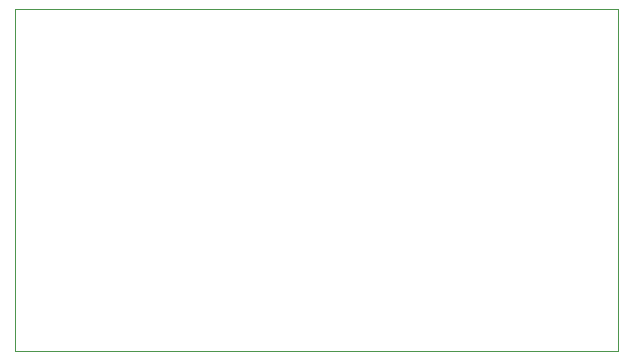
<source format=gbr>
G04 #@! TF.GenerationSoftware,KiCad,Pcbnew,(5.1.2)-2*
G04 #@! TF.CreationDate,2019-11-28T10:38:43+11:00*
G04 #@! TF.ProjectId,AM Demodulator,414d2044-656d-46f6-9475-6c61746f722e,rev 0.1*
G04 #@! TF.SameCoordinates,Original*
G04 #@! TF.FileFunction,Profile,NP*
%FSLAX46Y46*%
G04 Gerber Fmt 4.6, Leading zero omitted, Abs format (unit mm)*
G04 Created by KiCad (PCBNEW (5.1.2)-2) date 2019-11-28 10:38:43*
%MOMM*%
%LPD*%
G04 APERTURE LIST*
%ADD10C,0.050000*%
G04 APERTURE END LIST*
D10*
X179000000Y-91000000D02*
X128000000Y-91000000D01*
X179000000Y-120000000D02*
X179000000Y-91000000D01*
X128000000Y-120000000D02*
X179000000Y-120000000D01*
X128000000Y-91000000D02*
X128000000Y-120000000D01*
M02*

</source>
